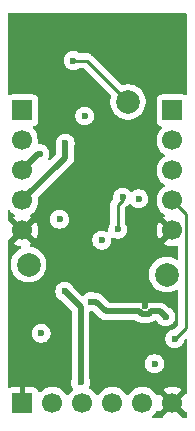
<source format=gbr>
%TF.GenerationSoftware,KiCad,Pcbnew,9.0.2*%
%TF.CreationDate,2025-10-14T12:10:58+02:00*%
%TF.ProjectId,1p6V_to_m1p6V_bias_gum,31703656-5f74-46f5-9f6d-317036565f62,rev?*%
%TF.SameCoordinates,Original*%
%TF.FileFunction,Copper,L2,Inr*%
%TF.FilePolarity,Positive*%
%FSLAX46Y46*%
G04 Gerber Fmt 4.6, Leading zero omitted, Abs format (unit mm)*
G04 Created by KiCad (PCBNEW 9.0.2) date 2025-10-14 12:10:58*
%MOMM*%
%LPD*%
G01*
G04 APERTURE LIST*
%TA.AperFunction,ComponentPad*%
%ADD10C,2.000000*%
%TD*%
%TA.AperFunction,ComponentPad*%
%ADD11R,1.700000X1.700000*%
%TD*%
%TA.AperFunction,ComponentPad*%
%ADD12C,1.700000*%
%TD*%
%TA.AperFunction,ViaPad*%
%ADD13C,0.600000*%
%TD*%
%TA.AperFunction,Conductor*%
%ADD14C,0.500000*%
%TD*%
%TA.AperFunction,Conductor*%
%ADD15C,0.250000*%
%TD*%
G04 APERTURE END LIST*
D10*
%TO.N,/3.3VA*%
%TO.C,TP1*%
X82750000Y-75200000D03*
%TD*%
D11*
%TO.N,/5V*%
%TO.C,CG1*%
X82240000Y-62150000D03*
D12*
%TO.N,/3.3V*%
X82240000Y-64690000D03*
%TO.N,/SDA*%
X82240000Y-67230000D03*
%TO.N,/SCL*%
X82240000Y-69770000D03*
%TO.N,GND*%
X82240000Y-72310000D03*
D11*
%TO.N,/5V*%
X94940000Y-62150000D03*
D12*
%TO.N,unconnected-(CG1-VDDIO-PadB2)*%
X94940000Y-64690000D03*
%TO.N,/-5V*%
X94940000Y-67230000D03*
%TO.N,/enable*%
X94940000Y-69770000D03*
%TO.N,GND*%
X94940000Y-72310000D03*
D11*
X82240000Y-86915000D03*
D12*
%TO.N,/V_bias*%
X84780000Y-86915000D03*
X87320000Y-86915000D03*
%TO.N,/Vout_diff*%
X89860000Y-86915000D03*
%TO.N,/Vout_B*%
X92400000Y-86915000D03*
%TO.N,GND*%
X94940000Y-86915000D03*
%TD*%
D10*
%TO.N,/V_bias*%
%TO.C,TP4*%
X91175000Y-61425000D03*
%TD*%
%TO.N,/-3.3VA*%
%TO.C,TP2*%
X94450000Y-76050000D03*
%TD*%
D13*
%TO.N,GND*%
X90050000Y-75575000D03*
X83700000Y-64275000D03*
X85377500Y-58997500D03*
X93720000Y-85730000D03*
X95370000Y-58380000D03*
X92250000Y-74375000D03*
X86330000Y-69450000D03*
X81630000Y-59580000D03*
X90125000Y-82375000D03*
X95390000Y-59620000D03*
X93425000Y-63800000D03*
X95390000Y-55980000D03*
X81630000Y-57200000D03*
X87950000Y-66300000D03*
X81630000Y-55940000D03*
X93450000Y-60825000D03*
X92625000Y-78675000D03*
X81610000Y-58340000D03*
X95390000Y-57240000D03*
%TO.N,/enable*%
X95120000Y-81490000D03*
X90300000Y-72225000D03*
X90719975Y-69480025D03*
%TO.N,/5V*%
X88950000Y-73135000D03*
X93420000Y-83600000D03*
X87500000Y-62625000D03*
%TO.N,/-5V*%
X92081251Y-69631251D03*
%TO.N,/3.3VA*%
X88060000Y-78330000D03*
X94350000Y-79625000D03*
X85375000Y-71375000D03*
%TO.N,/V_bias*%
X86550000Y-57925000D03*
X83820000Y-81030000D03*
%TO.N,Net-(U1-FB)*%
X87160000Y-85170000D03*
X85810000Y-77470000D03*
%TO.N,/SCL*%
X85857500Y-64950000D03*
%TO.N,/SDA*%
X83707264Y-65822753D03*
%TD*%
D14*
%TO.N,GND*%
X87360000Y-66890000D02*
X87360000Y-68420000D01*
X87950000Y-66300000D02*
X87360000Y-66890000D01*
X87360000Y-68420000D02*
X86330000Y-69450000D01*
D15*
%TO.N,/enable*%
X94940000Y-69770000D02*
X96075000Y-70905000D01*
X96075000Y-70905000D02*
X96075000Y-80535000D01*
X96075000Y-80535000D02*
X95120000Y-81490000D01*
X90719975Y-69705025D02*
X90300000Y-70125000D01*
X90719975Y-69480025D02*
X90719975Y-69705025D01*
X90300000Y-70125000D02*
X90300000Y-72225000D01*
D14*
%TO.N,/3.3VA*%
X88460000Y-78330000D02*
X88060000Y-78330000D01*
X93116364Y-79175000D02*
X92915364Y-79376000D01*
X92334636Y-79376000D02*
X92133636Y-79175000D01*
X93900000Y-79175000D02*
X93116364Y-79175000D01*
X92133636Y-79175000D02*
X89305000Y-79175000D01*
X94350000Y-79625000D02*
X93900000Y-79175000D01*
X92915364Y-79376000D02*
X92334636Y-79376000D01*
X89305000Y-79175000D02*
X88460000Y-78330000D01*
D15*
%TO.N,/V_bias*%
X87675000Y-57925000D02*
X86550000Y-57925000D01*
X91175000Y-61425000D02*
X87675000Y-57925000D01*
D14*
%TO.N,Net-(U1-FB)*%
X85810000Y-77470000D02*
X87160000Y-78820000D01*
X87160000Y-78820000D02*
X87160000Y-85170000D01*
%TO.N,/SCL*%
X85857500Y-64950000D02*
X85857500Y-66152500D01*
X85857500Y-66152500D02*
X82240000Y-69770000D01*
%TO.N,/SDA*%
X83707264Y-65822753D02*
X83577247Y-65822753D01*
X82240000Y-67160000D02*
X82240000Y-67230000D01*
X83577247Y-65822753D02*
X82240000Y-67160000D01*
%TD*%
%TA.AperFunction,Conductor*%
%TO.N,GND*%
G36*
X94474075Y-87107993D02*
G01*
X94539901Y-87222007D01*
X94632993Y-87315099D01*
X94747007Y-87380925D01*
X94810590Y-87397962D01*
X94178282Y-88030269D01*
X94179109Y-88040770D01*
X94164745Y-88109148D01*
X94115694Y-88158905D01*
X94055491Y-88174500D01*
X93345689Y-88174500D01*
X93278650Y-88154815D01*
X93232895Y-88102011D01*
X93222951Y-88032853D01*
X93251976Y-87969297D01*
X93272804Y-87950181D01*
X93279792Y-87945104D01*
X93430104Y-87794792D01*
X93430106Y-87794788D01*
X93430109Y-87794786D01*
X93506055Y-87690254D01*
X93555051Y-87622816D01*
X93559793Y-87613508D01*
X93607763Y-87562711D01*
X93675583Y-87545911D01*
X93741719Y-87568445D01*
X93780763Y-87613500D01*
X93785373Y-87622547D01*
X93824728Y-87676716D01*
X94457037Y-87044408D01*
X94474075Y-87107993D01*
G37*
%TD.AperFunction*%
%TA.AperFunction,Conductor*%
G36*
X96055269Y-87676716D02*
G01*
X96065770Y-87675890D01*
X96134148Y-87690254D01*
X96183905Y-87739305D01*
X96199500Y-87799508D01*
X96199500Y-88050500D01*
X96179815Y-88117539D01*
X96127011Y-88163294D01*
X96075500Y-88174500D01*
X95824509Y-88174500D01*
X95757470Y-88154815D01*
X95711715Y-88102011D01*
X95700891Y-88040772D01*
X95701717Y-88030270D01*
X95069408Y-87397962D01*
X95132993Y-87380925D01*
X95247007Y-87315099D01*
X95340099Y-87222007D01*
X95405925Y-87107993D01*
X95422962Y-87044408D01*
X96055269Y-87676716D01*
G37*
%TD.AperFunction*%
%TA.AperFunction,Conductor*%
G36*
X96142539Y-53950185D02*
G01*
X96188294Y-54002989D01*
X96199500Y-54054500D01*
X96199500Y-60739960D01*
X96179815Y-60806999D01*
X96127011Y-60852754D01*
X96057853Y-60862698D01*
X96032167Y-60856142D01*
X95897482Y-60805908D01*
X95897483Y-60805908D01*
X95837883Y-60799501D01*
X95837881Y-60799500D01*
X95837873Y-60799500D01*
X95837864Y-60799500D01*
X94042129Y-60799500D01*
X94042123Y-60799501D01*
X93982516Y-60805908D01*
X93847671Y-60856202D01*
X93847664Y-60856206D01*
X93732455Y-60942452D01*
X93732452Y-60942455D01*
X93646206Y-61057664D01*
X93646202Y-61057671D01*
X93595908Y-61192517D01*
X93589501Y-61252116D01*
X93589501Y-61252123D01*
X93589500Y-61252135D01*
X93589500Y-63047870D01*
X93589501Y-63047876D01*
X93595908Y-63107483D01*
X93646202Y-63242328D01*
X93646206Y-63242335D01*
X93732452Y-63357544D01*
X93732455Y-63357547D01*
X93847664Y-63443793D01*
X93847671Y-63443797D01*
X93979082Y-63492810D01*
X94035016Y-63534681D01*
X94059433Y-63600145D01*
X94044582Y-63668418D01*
X94023431Y-63696673D01*
X93909889Y-63810215D01*
X93784951Y-63982179D01*
X93688444Y-64171585D01*
X93622753Y-64373760D01*
X93589500Y-64583713D01*
X93589500Y-64796286D01*
X93613808Y-64949764D01*
X93622754Y-65006243D01*
X93688033Y-65207151D01*
X93688444Y-65208414D01*
X93784951Y-65397820D01*
X93909890Y-65569786D01*
X94060213Y-65720109D01*
X94232182Y-65845050D01*
X94240946Y-65849516D01*
X94291742Y-65897491D01*
X94308536Y-65965312D01*
X94285998Y-66031447D01*
X94240946Y-66070484D01*
X94232182Y-66074949D01*
X94060213Y-66199890D01*
X93909890Y-66350213D01*
X93784951Y-66522179D01*
X93688444Y-66711585D01*
X93622753Y-66913760D01*
X93589500Y-67123713D01*
X93589500Y-67336286D01*
X93622753Y-67546239D01*
X93688444Y-67748414D01*
X93784951Y-67937820D01*
X93909890Y-68109786D01*
X94060213Y-68260109D01*
X94232182Y-68385050D01*
X94240946Y-68389516D01*
X94291742Y-68437491D01*
X94308536Y-68505312D01*
X94285998Y-68571447D01*
X94240946Y-68610484D01*
X94232182Y-68614949D01*
X94060213Y-68739890D01*
X93909890Y-68890213D01*
X93784951Y-69062179D01*
X93688444Y-69251585D01*
X93622753Y-69453760D01*
X93589500Y-69663713D01*
X93589500Y-69876286D01*
X93622494Y-70084605D01*
X93622754Y-70086243D01*
X93645332Y-70155732D01*
X93688444Y-70288414D01*
X93784951Y-70477820D01*
X93909890Y-70649786D01*
X94060213Y-70800109D01*
X94232179Y-70925048D01*
X94232181Y-70925049D01*
X94232184Y-70925051D01*
X94241493Y-70929794D01*
X94292290Y-70977766D01*
X94309087Y-71045587D01*
X94286552Y-71111722D01*
X94241505Y-71150760D01*
X94232446Y-71155376D01*
X94232440Y-71155380D01*
X94178282Y-71194727D01*
X94178282Y-71194728D01*
X94810591Y-71827037D01*
X94747007Y-71844075D01*
X94632993Y-71909901D01*
X94539901Y-72002993D01*
X94474075Y-72117007D01*
X94457037Y-72180591D01*
X93824728Y-71548282D01*
X93824727Y-71548282D01*
X93785380Y-71602439D01*
X93688904Y-71791782D01*
X93623242Y-71993869D01*
X93623242Y-71993872D01*
X93590000Y-72203753D01*
X93590000Y-72416246D01*
X93623242Y-72626127D01*
X93623242Y-72626130D01*
X93688904Y-72828217D01*
X93785375Y-73017550D01*
X93824728Y-73071716D01*
X94457037Y-72439408D01*
X94474075Y-72502993D01*
X94539901Y-72617007D01*
X94632993Y-72710099D01*
X94747007Y-72775925D01*
X94810589Y-72792962D01*
X94178282Y-73425269D01*
X94178282Y-73425270D01*
X94232449Y-73464624D01*
X94421782Y-73561095D01*
X94623870Y-73626757D01*
X94833754Y-73660000D01*
X95046246Y-73660000D01*
X95256127Y-73626757D01*
X95256129Y-73626757D01*
X95287179Y-73616668D01*
X95357020Y-73614671D01*
X95416854Y-73650750D01*
X95447683Y-73713450D01*
X95449500Y-73734598D01*
X95449500Y-74678095D01*
X95429815Y-74745134D01*
X95377011Y-74790889D01*
X95307853Y-74800833D01*
X95252615Y-74778414D01*
X95236432Y-74766656D01*
X95025996Y-74659433D01*
X94801368Y-74586446D01*
X94568097Y-74549500D01*
X94568092Y-74549500D01*
X94331908Y-74549500D01*
X94331903Y-74549500D01*
X94098631Y-74586446D01*
X93874003Y-74659433D01*
X93663566Y-74766657D01*
X93554550Y-74845862D01*
X93472490Y-74905483D01*
X93472488Y-74905485D01*
X93472487Y-74905485D01*
X93305485Y-75072487D01*
X93305485Y-75072488D01*
X93305483Y-75072490D01*
X93245862Y-75154550D01*
X93166657Y-75263566D01*
X93059433Y-75474003D01*
X92986446Y-75698631D01*
X92949500Y-75931902D01*
X92949500Y-76168097D01*
X92986446Y-76401368D01*
X93059433Y-76625996D01*
X93166657Y-76836433D01*
X93305483Y-77027510D01*
X93472490Y-77194517D01*
X93663567Y-77333343D01*
X93723802Y-77364034D01*
X93874003Y-77440566D01*
X93874005Y-77440566D01*
X93874008Y-77440568D01*
X93994412Y-77479689D01*
X94098631Y-77513553D01*
X94331903Y-77550500D01*
X94331908Y-77550500D01*
X94568097Y-77550500D01*
X94801368Y-77513553D01*
X95025992Y-77440568D01*
X95236433Y-77333343D01*
X95252612Y-77321587D01*
X95318418Y-77298106D01*
X95386472Y-77313930D01*
X95435168Y-77364034D01*
X95449500Y-77421904D01*
X95449500Y-80224547D01*
X95429815Y-80291586D01*
X95413181Y-80312228D01*
X95061203Y-80664205D01*
X94999880Y-80697690D01*
X94997714Y-80698141D01*
X94886508Y-80720261D01*
X94886498Y-80720264D01*
X94740827Y-80780602D01*
X94740814Y-80780609D01*
X94609711Y-80868210D01*
X94609707Y-80868213D01*
X94498213Y-80979707D01*
X94498210Y-80979711D01*
X94410609Y-81110814D01*
X94410602Y-81110827D01*
X94350264Y-81256498D01*
X94350261Y-81256510D01*
X94319500Y-81411153D01*
X94319500Y-81568846D01*
X94350261Y-81723489D01*
X94350264Y-81723501D01*
X94410602Y-81869172D01*
X94410609Y-81869185D01*
X94498210Y-82000288D01*
X94498213Y-82000292D01*
X94609707Y-82111786D01*
X94609711Y-82111789D01*
X94740814Y-82199390D01*
X94740827Y-82199397D01*
X94886498Y-82259735D01*
X94886503Y-82259737D01*
X95041153Y-82290499D01*
X95041156Y-82290500D01*
X95041158Y-82290500D01*
X95198844Y-82290500D01*
X95198845Y-82290499D01*
X95353497Y-82259737D01*
X95499179Y-82199394D01*
X95630289Y-82111789D01*
X95741789Y-82000289D01*
X95829394Y-81869179D01*
X95889737Y-81723497D01*
X95911858Y-81612282D01*
X95920623Y-81595526D01*
X95924643Y-81577048D01*
X95943380Y-81552017D01*
X95944240Y-81550375D01*
X95945730Y-81548858D01*
X95987820Y-81506768D01*
X96049143Y-81473284D01*
X96118835Y-81478270D01*
X96174768Y-81520142D01*
X96199184Y-81585606D01*
X96199500Y-81594451D01*
X96199500Y-86030490D01*
X96179815Y-86097529D01*
X96127011Y-86143284D01*
X96065772Y-86154108D01*
X96055270Y-86153281D01*
X95422962Y-86785590D01*
X95405925Y-86722007D01*
X95340099Y-86607993D01*
X95247007Y-86514901D01*
X95132993Y-86449075D01*
X95069409Y-86432037D01*
X95701716Y-85799728D01*
X95647550Y-85760375D01*
X95458217Y-85663904D01*
X95256129Y-85598242D01*
X95046246Y-85565000D01*
X94833754Y-85565000D01*
X94623872Y-85598242D01*
X94623869Y-85598242D01*
X94421782Y-85663904D01*
X94232439Y-85760380D01*
X94178282Y-85799727D01*
X94178282Y-85799728D01*
X94810591Y-86432037D01*
X94747007Y-86449075D01*
X94632993Y-86514901D01*
X94539901Y-86607993D01*
X94474075Y-86722007D01*
X94457037Y-86785591D01*
X93824728Y-86153282D01*
X93824727Y-86153282D01*
X93785380Y-86207440D01*
X93785376Y-86207446D01*
X93780760Y-86216505D01*
X93732781Y-86267297D01*
X93664959Y-86284087D01*
X93598826Y-86261543D01*
X93559794Y-86216493D01*
X93555051Y-86207184D01*
X93555049Y-86207181D01*
X93555048Y-86207179D01*
X93430109Y-86035213D01*
X93279786Y-85884890D01*
X93107820Y-85759951D01*
X92918414Y-85663444D01*
X92918413Y-85663443D01*
X92918412Y-85663443D01*
X92716243Y-85597754D01*
X92716241Y-85597753D01*
X92716240Y-85597753D01*
X92554957Y-85572208D01*
X92506287Y-85564500D01*
X92293713Y-85564500D01*
X92245042Y-85572208D01*
X92083760Y-85597753D01*
X91881585Y-85663444D01*
X91692179Y-85759951D01*
X91520213Y-85884890D01*
X91369890Y-86035213D01*
X91244949Y-86207182D01*
X91240484Y-86215946D01*
X91192509Y-86266742D01*
X91124688Y-86283536D01*
X91058553Y-86260998D01*
X91019516Y-86215946D01*
X91015050Y-86207182D01*
X90890109Y-86035213D01*
X90739786Y-85884890D01*
X90567820Y-85759951D01*
X90378414Y-85663444D01*
X90378413Y-85663443D01*
X90378412Y-85663443D01*
X90176243Y-85597754D01*
X90176241Y-85597753D01*
X90176240Y-85597753D01*
X90014957Y-85572208D01*
X89966287Y-85564500D01*
X89753713Y-85564500D01*
X89705042Y-85572208D01*
X89543760Y-85597753D01*
X89341585Y-85663444D01*
X89152179Y-85759951D01*
X88980213Y-85884890D01*
X88829890Y-86035213D01*
X88704949Y-86207182D01*
X88700484Y-86215946D01*
X88652509Y-86266742D01*
X88584688Y-86283536D01*
X88518553Y-86260998D01*
X88479516Y-86215946D01*
X88475050Y-86207182D01*
X88350109Y-86035213D01*
X88199786Y-85884890D01*
X88027819Y-85759951D01*
X88027818Y-85759950D01*
X88027816Y-85759949D01*
X87927044Y-85708603D01*
X87876248Y-85660628D01*
X87859453Y-85592807D01*
X87868778Y-85550665D01*
X87869394Y-85549179D01*
X87929737Y-85403497D01*
X87960500Y-85248842D01*
X87960500Y-85091158D01*
X87960500Y-85091155D01*
X87960499Y-85091153D01*
X87929739Y-84936511D01*
X87929738Y-84936508D01*
X87929737Y-84936503D01*
X87919937Y-84912844D01*
X87910500Y-84865396D01*
X87910500Y-83521153D01*
X92619500Y-83521153D01*
X92619500Y-83678846D01*
X92650261Y-83833489D01*
X92650264Y-83833501D01*
X92710602Y-83979172D01*
X92710609Y-83979185D01*
X92798210Y-84110288D01*
X92798213Y-84110292D01*
X92909707Y-84221786D01*
X92909711Y-84221789D01*
X93040814Y-84309390D01*
X93040827Y-84309397D01*
X93186498Y-84369735D01*
X93186503Y-84369737D01*
X93341153Y-84400499D01*
X93341156Y-84400500D01*
X93341158Y-84400500D01*
X93498844Y-84400500D01*
X93498845Y-84400499D01*
X93653497Y-84369737D01*
X93799179Y-84309394D01*
X93930289Y-84221789D01*
X94041789Y-84110289D01*
X94129394Y-83979179D01*
X94189737Y-83833497D01*
X94220500Y-83678842D01*
X94220500Y-83521158D01*
X94220500Y-83521155D01*
X94220499Y-83521153D01*
X94189738Y-83366510D01*
X94189737Y-83366503D01*
X94189735Y-83366498D01*
X94129397Y-83220827D01*
X94129390Y-83220814D01*
X94041789Y-83089711D01*
X94041786Y-83089707D01*
X93930292Y-82978213D01*
X93930288Y-82978210D01*
X93799185Y-82890609D01*
X93799172Y-82890602D01*
X93653501Y-82830264D01*
X93653489Y-82830261D01*
X93498845Y-82799500D01*
X93498842Y-82799500D01*
X93341158Y-82799500D01*
X93341155Y-82799500D01*
X93186510Y-82830261D01*
X93186498Y-82830264D01*
X93040827Y-82890602D01*
X93040814Y-82890609D01*
X92909711Y-82978210D01*
X92909707Y-82978213D01*
X92798213Y-83089707D01*
X92798210Y-83089711D01*
X92710609Y-83220814D01*
X92710602Y-83220827D01*
X92650264Y-83366498D01*
X92650261Y-83366510D01*
X92619500Y-83521153D01*
X87910500Y-83521153D01*
X87910500Y-79254500D01*
X87913011Y-79245948D01*
X87911723Y-79237130D01*
X87922702Y-79212944D01*
X87930185Y-79187461D01*
X87936919Y-79181625D01*
X87940604Y-79173509D01*
X87962918Y-79159096D01*
X87982989Y-79141706D01*
X87993357Y-79139438D01*
X87999297Y-79135602D01*
X88033670Y-79130620D01*
X88034220Y-79130500D01*
X88138842Y-79130500D01*
X88140042Y-79130261D01*
X88147235Y-79130245D01*
X88175280Y-79138411D01*
X88203973Y-79143844D01*
X88210668Y-79148715D01*
X88214319Y-79149779D01*
X88218102Y-79154125D01*
X88235196Y-79166564D01*
X88614786Y-79546153D01*
X88722048Y-79653415D01*
X88722049Y-79653416D01*
X88826584Y-79757951D01*
X88826585Y-79757952D01*
X88949498Y-79840080D01*
X88949511Y-79840087D01*
X89086082Y-79896656D01*
X89086087Y-79896658D01*
X89086091Y-79896658D01*
X89086092Y-79896659D01*
X89231079Y-79925500D01*
X89231082Y-79925500D01*
X91771406Y-79925500D01*
X91838445Y-79945185D01*
X91841901Y-79947488D01*
X91851141Y-79953873D01*
X91856220Y-79958952D01*
X91923909Y-80004179D01*
X91979141Y-80041084D01*
X91979143Y-80041085D01*
X91979147Y-80041087D01*
X92115718Y-80097656D01*
X92115723Y-80097658D01*
X92115727Y-80097658D01*
X92115728Y-80097659D01*
X92260715Y-80126500D01*
X92260718Y-80126500D01*
X92989284Y-80126500D01*
X93086826Y-80107096D01*
X93134277Y-80097658D01*
X93270859Y-80041084D01*
X93326091Y-80004179D01*
X93393780Y-79958952D01*
X93398858Y-79953873D01*
X93408099Y-79947488D01*
X93431035Y-79939910D01*
X93452236Y-79928334D01*
X93472752Y-79926128D01*
X93474442Y-79925570D01*
X93475473Y-79925835D01*
X93478594Y-79925500D01*
X93525162Y-79925500D01*
X93592201Y-79945185D01*
X93637956Y-79997989D01*
X93639722Y-80002046D01*
X93640604Y-80004175D01*
X93640607Y-80004182D01*
X93728210Y-80135288D01*
X93728213Y-80135292D01*
X93839707Y-80246786D01*
X93839711Y-80246789D01*
X93970814Y-80334390D01*
X93970827Y-80334397D01*
X94116498Y-80394735D01*
X94116503Y-80394737D01*
X94271153Y-80425499D01*
X94271156Y-80425500D01*
X94271158Y-80425500D01*
X94428844Y-80425500D01*
X94428845Y-80425499D01*
X94583497Y-80394737D01*
X94729179Y-80334394D01*
X94860289Y-80246789D01*
X94971789Y-80135289D01*
X95059394Y-80004179D01*
X95119737Y-79858497D01*
X95150500Y-79703842D01*
X95150500Y-79546158D01*
X95150500Y-79546155D01*
X95150499Y-79546153D01*
X95119738Y-79391510D01*
X95119737Y-79391503D01*
X95059447Y-79245948D01*
X95059397Y-79245827D01*
X95059390Y-79245814D01*
X94971789Y-79114711D01*
X94971786Y-79114707D01*
X94860292Y-79003213D01*
X94860288Y-79003210D01*
X94729182Y-78915607D01*
X94705522Y-78905807D01*
X94665296Y-78878929D01*
X94378416Y-78592048D01*
X94378415Y-78592047D01*
X94378414Y-78592046D01*
X94304729Y-78542812D01*
X94304729Y-78542813D01*
X94255491Y-78509913D01*
X94118917Y-78453343D01*
X94118907Y-78453340D01*
X93973920Y-78424500D01*
X93973918Y-78424500D01*
X93042446Y-78424500D01*
X93042444Y-78424500D01*
X92897456Y-78453340D01*
X92897450Y-78453342D01*
X92760872Y-78509914D01*
X92760860Y-78509921D01*
X92711633Y-78542813D01*
X92711631Y-78542814D01*
X92693886Y-78554670D01*
X92627208Y-78575546D01*
X92559829Y-78557059D01*
X92556109Y-78554669D01*
X92538365Y-78542813D01*
X92489127Y-78509913D01*
X92352553Y-78453343D01*
X92352543Y-78453340D01*
X92207556Y-78424500D01*
X92207554Y-78424500D01*
X89667229Y-78424500D01*
X89600190Y-78404815D01*
X89579548Y-78388181D01*
X88938421Y-77747052D01*
X88938414Y-77747046D01*
X88864729Y-77697812D01*
X88864729Y-77697813D01*
X88815491Y-77664913D01*
X88678917Y-77608343D01*
X88678907Y-77608340D01*
X88533920Y-77579500D01*
X88533918Y-77579500D01*
X88364604Y-77579500D01*
X88317155Y-77570062D01*
X88293497Y-77560263D01*
X88293493Y-77560262D01*
X88293488Y-77560260D01*
X88138845Y-77529500D01*
X88138842Y-77529500D01*
X87981158Y-77529500D01*
X87981155Y-77529500D01*
X87826510Y-77560261D01*
X87826498Y-77560264D01*
X87680827Y-77620602D01*
X87680814Y-77620609D01*
X87549711Y-77708210D01*
X87549707Y-77708213D01*
X87438217Y-77819704D01*
X87438212Y-77819709D01*
X87435181Y-77824246D01*
X87381567Y-77869050D01*
X87312242Y-77877755D01*
X87249215Y-77847598D01*
X87244400Y-77843033D01*
X86930867Y-77529500D01*
X86556071Y-77154703D01*
X86529191Y-77114475D01*
X86519394Y-77090821D01*
X86519389Y-77090814D01*
X86431789Y-76959710D01*
X86320292Y-76848213D01*
X86320288Y-76848210D01*
X86189185Y-76760609D01*
X86189172Y-76760602D01*
X86043501Y-76700264D01*
X86043489Y-76700261D01*
X85888845Y-76669500D01*
X85888842Y-76669500D01*
X85731158Y-76669500D01*
X85731155Y-76669500D01*
X85576510Y-76700261D01*
X85576498Y-76700264D01*
X85430827Y-76760602D01*
X85430814Y-76760609D01*
X85299711Y-76848210D01*
X85299707Y-76848213D01*
X85188213Y-76959707D01*
X85188210Y-76959711D01*
X85100609Y-77090814D01*
X85100602Y-77090827D01*
X85040264Y-77236498D01*
X85040261Y-77236510D01*
X85009500Y-77391153D01*
X85009500Y-77548846D01*
X85040261Y-77703489D01*
X85040264Y-77703501D01*
X85100602Y-77849172D01*
X85100609Y-77849185D01*
X85188210Y-77980288D01*
X85188213Y-77980292D01*
X85299710Y-78091789D01*
X85430815Y-78179390D01*
X85430821Y-78179394D01*
X85454475Y-78189191D01*
X85494703Y-78216071D01*
X86373181Y-79094548D01*
X86406666Y-79155871D01*
X86409500Y-79182229D01*
X86409500Y-84865396D01*
X86400062Y-84912844D01*
X86390263Y-84936503D01*
X86390262Y-84936506D01*
X86390260Y-84936511D01*
X86359500Y-85091153D01*
X86359500Y-85248846D01*
X86390261Y-85403489D01*
X86390264Y-85403501D01*
X86450602Y-85549172D01*
X86450612Y-85549190D01*
X86531979Y-85670965D01*
X86552857Y-85737642D01*
X86534372Y-85805022D01*
X86501763Y-85840173D01*
X86440209Y-85884894D01*
X86289890Y-86035213D01*
X86164949Y-86207182D01*
X86160484Y-86215946D01*
X86112509Y-86266742D01*
X86044688Y-86283536D01*
X85978553Y-86260998D01*
X85939516Y-86215946D01*
X85935050Y-86207182D01*
X85810109Y-86035213D01*
X85659786Y-85884890D01*
X85487820Y-85759951D01*
X85298414Y-85663444D01*
X85298413Y-85663443D01*
X85298412Y-85663443D01*
X85096243Y-85597754D01*
X85096241Y-85597753D01*
X85096240Y-85597753D01*
X84934957Y-85572208D01*
X84886287Y-85564500D01*
X84673713Y-85564500D01*
X84625042Y-85572208D01*
X84463760Y-85597753D01*
X84261585Y-85663444D01*
X84072179Y-85759951D01*
X83900215Y-85884889D01*
X83786285Y-85998819D01*
X83724962Y-86032303D01*
X83655270Y-86027319D01*
X83599337Y-85985447D01*
X83582422Y-85954470D01*
X83533354Y-85822913D01*
X83533350Y-85822906D01*
X83447190Y-85707812D01*
X83447187Y-85707809D01*
X83332093Y-85621649D01*
X83332086Y-85621645D01*
X83197379Y-85571403D01*
X83197372Y-85571401D01*
X83137844Y-85565000D01*
X82490000Y-85565000D01*
X82490000Y-86481988D01*
X82432993Y-86449075D01*
X82305826Y-86415000D01*
X82174174Y-86415000D01*
X82047007Y-86449075D01*
X81990000Y-86481988D01*
X81990000Y-85565000D01*
X81342155Y-85565000D01*
X81282627Y-85571401D01*
X81282619Y-85571403D01*
X81147833Y-85621675D01*
X81078141Y-85626659D01*
X81016818Y-85593174D01*
X80983334Y-85531850D01*
X80980500Y-85505493D01*
X80980500Y-80951153D01*
X83019500Y-80951153D01*
X83019500Y-81108846D01*
X83050261Y-81263489D01*
X83050264Y-81263501D01*
X83110602Y-81409172D01*
X83110609Y-81409185D01*
X83198210Y-81540288D01*
X83198213Y-81540292D01*
X83309707Y-81651786D01*
X83309711Y-81651789D01*
X83440814Y-81739390D01*
X83440827Y-81739397D01*
X83586498Y-81799735D01*
X83586503Y-81799737D01*
X83741153Y-81830499D01*
X83741156Y-81830500D01*
X83741158Y-81830500D01*
X83898844Y-81830500D01*
X83898845Y-81830499D01*
X84053497Y-81799737D01*
X84199179Y-81739394D01*
X84330289Y-81651789D01*
X84441789Y-81540289D01*
X84529394Y-81409179D01*
X84589737Y-81263497D01*
X84620500Y-81108842D01*
X84620500Y-80951158D01*
X84620500Y-80951155D01*
X84620499Y-80951153D01*
X84604001Y-80868213D01*
X84589737Y-80796503D01*
X84558157Y-80720261D01*
X84529397Y-80650827D01*
X84529390Y-80650814D01*
X84441789Y-80519711D01*
X84441786Y-80519707D01*
X84330292Y-80408213D01*
X84330288Y-80408210D01*
X84199185Y-80320609D01*
X84199172Y-80320602D01*
X84053501Y-80260264D01*
X84053489Y-80260261D01*
X83898845Y-80229500D01*
X83898842Y-80229500D01*
X83741158Y-80229500D01*
X83741155Y-80229500D01*
X83586510Y-80260261D01*
X83586498Y-80260264D01*
X83440827Y-80320602D01*
X83440814Y-80320609D01*
X83309711Y-80408210D01*
X83309707Y-80408213D01*
X83198213Y-80519707D01*
X83198210Y-80519711D01*
X83110609Y-80650814D01*
X83110602Y-80650827D01*
X83050264Y-80796498D01*
X83050261Y-80796510D01*
X83019500Y-80951153D01*
X80980500Y-80951153D01*
X80980500Y-73194508D01*
X81000185Y-73127469D01*
X81052989Y-73081714D01*
X81114230Y-73070890D01*
X81124728Y-73071716D01*
X81757037Y-72439408D01*
X81774075Y-72502993D01*
X81839901Y-72617007D01*
X81932993Y-72710099D01*
X82047007Y-72775925D01*
X82110590Y-72792962D01*
X81478282Y-73425269D01*
X81478282Y-73425270D01*
X81532449Y-73464624D01*
X81721782Y-73561095D01*
X81923869Y-73626757D01*
X81923873Y-73626758D01*
X82011258Y-73640598D01*
X82074393Y-73670527D01*
X82111325Y-73729838D01*
X82110327Y-73799700D01*
X82071718Y-73857933D01*
X82048157Y-73873555D01*
X81963569Y-73916655D01*
X81868028Y-73986070D01*
X81772490Y-74055483D01*
X81772488Y-74055485D01*
X81772487Y-74055485D01*
X81605485Y-74222487D01*
X81605485Y-74222488D01*
X81605483Y-74222490D01*
X81545862Y-74304550D01*
X81466657Y-74413566D01*
X81359433Y-74624003D01*
X81286446Y-74848631D01*
X81249500Y-75081902D01*
X81249500Y-75318097D01*
X81286446Y-75551368D01*
X81359433Y-75775996D01*
X81438872Y-75931902D01*
X81466657Y-75986433D01*
X81605483Y-76177510D01*
X81772490Y-76344517D01*
X81963567Y-76483343D01*
X82062991Y-76534002D01*
X82174003Y-76590566D01*
X82174005Y-76590566D01*
X82174008Y-76590568D01*
X82283032Y-76625992D01*
X82398631Y-76663553D01*
X82631903Y-76700500D01*
X82631908Y-76700500D01*
X82868097Y-76700500D01*
X83101368Y-76663553D01*
X83325992Y-76590568D01*
X83536433Y-76483343D01*
X83727510Y-76344517D01*
X83894517Y-76177510D01*
X84033343Y-75986433D01*
X84140568Y-75775992D01*
X84213553Y-75551368D01*
X84225806Y-75474008D01*
X84250500Y-75318097D01*
X84250500Y-75081902D01*
X84213553Y-74848631D01*
X84140566Y-74624003D01*
X84033342Y-74413566D01*
X83894517Y-74222490D01*
X83727510Y-74055483D01*
X83536433Y-73916657D01*
X83451841Y-73873555D01*
X83325996Y-73809433D01*
X83101369Y-73736447D01*
X82953985Y-73713103D01*
X82890851Y-73683173D01*
X82853920Y-73623862D01*
X82854918Y-73553999D01*
X82893528Y-73495767D01*
X82917091Y-73480144D01*
X82947554Y-73464622D01*
X83001716Y-73425270D01*
X83001717Y-73425270D01*
X82369408Y-72792962D01*
X82432993Y-72775925D01*
X82547007Y-72710099D01*
X82640099Y-72617007D01*
X82705925Y-72502993D01*
X82722962Y-72439408D01*
X83355270Y-73071717D01*
X83355270Y-73071716D01*
X83366577Y-73056153D01*
X88149500Y-73056153D01*
X88149500Y-73213846D01*
X88180261Y-73368489D01*
X88180264Y-73368501D01*
X88240602Y-73514172D01*
X88240609Y-73514185D01*
X88328210Y-73645288D01*
X88328213Y-73645292D01*
X88439707Y-73756786D01*
X88439711Y-73756789D01*
X88570814Y-73844390D01*
X88570827Y-73844397D01*
X88641222Y-73873555D01*
X88716503Y-73904737D01*
X88871153Y-73935499D01*
X88871156Y-73935500D01*
X88871158Y-73935500D01*
X89028844Y-73935500D01*
X89028845Y-73935499D01*
X89183497Y-73904737D01*
X89329179Y-73844394D01*
X89460289Y-73756789D01*
X89571789Y-73645289D01*
X89659394Y-73514179D01*
X89719737Y-73368497D01*
X89750500Y-73213842D01*
X89750500Y-73056158D01*
X89750500Y-73050066D01*
X89753209Y-73050066D01*
X89764049Y-72992906D01*
X89812113Y-72942195D01*
X89879964Y-72925519D01*
X89921884Y-72934834D01*
X90066503Y-72994737D01*
X90221153Y-73025499D01*
X90221156Y-73025500D01*
X90221158Y-73025500D01*
X90378844Y-73025500D01*
X90378845Y-73025499D01*
X90533497Y-72994737D01*
X90660346Y-72942195D01*
X90679172Y-72934397D01*
X90679172Y-72934396D01*
X90679179Y-72934394D01*
X90810289Y-72846789D01*
X90921789Y-72735289D01*
X91009394Y-72604179D01*
X91069737Y-72458497D01*
X91100500Y-72303842D01*
X91100500Y-72146158D01*
X91100500Y-72146155D01*
X91100499Y-72146153D01*
X91080486Y-72045542D01*
X91069737Y-71991503D01*
X91009394Y-71845821D01*
X90946397Y-71751539D01*
X90925520Y-71684863D01*
X90925500Y-71682650D01*
X90925500Y-70435452D01*
X90945185Y-70368413D01*
X90961819Y-70347771D01*
X91056553Y-70253037D01*
X91153864Y-70155725D01*
X91166948Y-70144356D01*
X91169733Y-70142258D01*
X91230264Y-70101814D01*
X91251053Y-70081024D01*
X91257997Y-70075796D01*
X91282884Y-70066433D01*
X91306226Y-70053687D01*
X91315082Y-70054320D01*
X91323392Y-70051194D01*
X91349391Y-70056773D01*
X91375917Y-70058670D01*
X91383025Y-70063990D01*
X91391707Y-70065854D01*
X91410564Y-70084605D01*
X91431852Y-70100540D01*
X91435689Y-70105962D01*
X91459461Y-70141539D01*
X91459464Y-70141543D01*
X91570958Y-70253037D01*
X91570962Y-70253040D01*
X91702065Y-70340641D01*
X91702078Y-70340648D01*
X91769110Y-70368413D01*
X91847754Y-70400988D01*
X92002404Y-70431750D01*
X92002407Y-70431751D01*
X92002409Y-70431751D01*
X92160095Y-70431751D01*
X92160096Y-70431750D01*
X92314748Y-70400988D01*
X92460430Y-70340645D01*
X92591540Y-70253040D01*
X92703040Y-70141540D01*
X92790645Y-70010430D01*
X92850988Y-69864748D01*
X92881751Y-69710093D01*
X92881751Y-69552409D01*
X92881751Y-69552406D01*
X92881750Y-69552404D01*
X92871123Y-69498979D01*
X92850988Y-69397754D01*
X92800570Y-69276033D01*
X92790648Y-69252078D01*
X92790641Y-69252065D01*
X92703040Y-69120962D01*
X92703037Y-69120958D01*
X92591543Y-69009464D01*
X92591539Y-69009461D01*
X92460436Y-68921860D01*
X92460423Y-68921853D01*
X92314752Y-68861515D01*
X92314740Y-68861512D01*
X92160096Y-68830751D01*
X92160093Y-68830751D01*
X92002409Y-68830751D01*
X92002406Y-68830751D01*
X91847761Y-68861512D01*
X91847749Y-68861515D01*
X91702078Y-68921853D01*
X91702065Y-68921860D01*
X91570962Y-69009461D01*
X91556317Y-69024106D01*
X91494993Y-69057589D01*
X91425301Y-69052603D01*
X91369369Y-69010730D01*
X91365536Y-69005313D01*
X91341764Y-68969735D01*
X91230267Y-68858238D01*
X91230263Y-68858235D01*
X91099160Y-68770634D01*
X91099147Y-68770627D01*
X90953476Y-68710289D01*
X90953464Y-68710286D01*
X90798820Y-68679525D01*
X90798817Y-68679525D01*
X90641133Y-68679525D01*
X90641130Y-68679525D01*
X90486485Y-68710286D01*
X90486473Y-68710289D01*
X90340802Y-68770627D01*
X90340789Y-68770634D01*
X90209686Y-68858235D01*
X90209682Y-68858238D01*
X90098188Y-68969732D01*
X90098185Y-68969736D01*
X90010584Y-69100839D01*
X90010577Y-69100852D01*
X89950239Y-69246523D01*
X89950236Y-69246535D01*
X89919475Y-69401178D01*
X89919475Y-69564958D01*
X89917787Y-69564958D01*
X89913256Y-69588825D01*
X89908591Y-69620870D01*
X89906641Y-69623672D01*
X89906263Y-69625667D01*
X89889456Y-69650527D01*
X89886614Y-69653794D01*
X89814142Y-69726267D01*
X89787172Y-69766631D01*
X89782808Y-69773160D01*
X89782799Y-69773172D01*
X89745690Y-69828709D01*
X89745688Y-69828713D01*
X89745688Y-69828714D01*
X89721348Y-69887477D01*
X89698538Y-69942544D01*
X89698535Y-69942556D01*
X89674500Y-70063389D01*
X89674500Y-71682650D01*
X89654815Y-71749689D01*
X89653602Y-71751541D01*
X89590609Y-71845815D01*
X89590602Y-71845828D01*
X89530264Y-71991498D01*
X89530261Y-71991510D01*
X89499500Y-72146153D01*
X89499500Y-72309934D01*
X89496821Y-72309934D01*
X89485875Y-72367240D01*
X89437743Y-72417887D01*
X89369870Y-72434472D01*
X89328113Y-72425164D01*
X89183501Y-72365264D01*
X89183489Y-72365261D01*
X89028845Y-72334500D01*
X89028842Y-72334500D01*
X88871158Y-72334500D01*
X88871155Y-72334500D01*
X88716510Y-72365261D01*
X88716498Y-72365264D01*
X88570827Y-72425602D01*
X88570814Y-72425609D01*
X88439711Y-72513210D01*
X88439707Y-72513213D01*
X88328213Y-72624707D01*
X88328210Y-72624711D01*
X88240609Y-72755814D01*
X88240602Y-72755827D01*
X88180264Y-72901498D01*
X88180261Y-72901510D01*
X88149500Y-73056153D01*
X83366577Y-73056153D01*
X83394622Y-73017554D01*
X83406741Y-72993771D01*
X83491095Y-72828217D01*
X83556757Y-72626130D01*
X83556757Y-72626127D01*
X83590000Y-72416246D01*
X83590000Y-72203753D01*
X83556757Y-71993872D01*
X83556757Y-71993869D01*
X83491095Y-71791782D01*
X83394624Y-71602449D01*
X83355270Y-71548282D01*
X83355269Y-71548282D01*
X82722962Y-72180590D01*
X82705925Y-72117007D01*
X82640099Y-72002993D01*
X82547007Y-71909901D01*
X82432993Y-71844075D01*
X82369409Y-71827037D01*
X82900292Y-71296153D01*
X84574500Y-71296153D01*
X84574500Y-71453846D01*
X84605261Y-71608489D01*
X84605264Y-71608501D01*
X84665602Y-71754172D01*
X84665609Y-71754185D01*
X84753210Y-71885288D01*
X84753213Y-71885292D01*
X84864707Y-71996786D01*
X84864711Y-71996789D01*
X84995814Y-72084390D01*
X84995827Y-72084397D01*
X85074556Y-72117007D01*
X85141503Y-72144737D01*
X85296153Y-72175499D01*
X85296156Y-72175500D01*
X85296158Y-72175500D01*
X85453844Y-72175500D01*
X85453845Y-72175499D01*
X85608497Y-72144737D01*
X85754179Y-72084394D01*
X85885289Y-71996789D01*
X85996789Y-71885289D01*
X86084394Y-71754179D01*
X86144737Y-71608497D01*
X86175500Y-71453842D01*
X86175500Y-71296158D01*
X86175500Y-71296155D01*
X86175499Y-71296153D01*
X86147497Y-71155380D01*
X86144737Y-71141503D01*
X86136037Y-71120500D01*
X86084397Y-70995827D01*
X86084390Y-70995814D01*
X85996789Y-70864711D01*
X85996786Y-70864707D01*
X85885292Y-70753213D01*
X85885288Y-70753210D01*
X85754185Y-70665609D01*
X85754172Y-70665602D01*
X85608501Y-70605264D01*
X85608489Y-70605261D01*
X85453845Y-70574500D01*
X85453842Y-70574500D01*
X85296158Y-70574500D01*
X85296155Y-70574500D01*
X85141510Y-70605261D01*
X85141498Y-70605264D01*
X84995827Y-70665602D01*
X84995814Y-70665609D01*
X84864711Y-70753210D01*
X84864707Y-70753213D01*
X84753213Y-70864707D01*
X84753210Y-70864711D01*
X84665609Y-70995814D01*
X84665602Y-70995827D01*
X84605264Y-71141498D01*
X84605261Y-71141510D01*
X84574500Y-71296153D01*
X82900292Y-71296153D01*
X82994060Y-71202385D01*
X83001716Y-71194728D01*
X82947547Y-71155373D01*
X82947547Y-71155372D01*
X82938500Y-71150763D01*
X82887706Y-71102788D01*
X82870912Y-71034966D01*
X82893451Y-70968832D01*
X82938508Y-70929793D01*
X82947816Y-70925051D01*
X83027007Y-70867515D01*
X83119786Y-70800109D01*
X83119788Y-70800106D01*
X83119792Y-70800104D01*
X83270104Y-70649792D01*
X83270106Y-70649788D01*
X83270109Y-70649786D01*
X83395048Y-70477820D01*
X83395047Y-70477820D01*
X83395051Y-70477816D01*
X83491557Y-70288412D01*
X83557246Y-70086243D01*
X83590500Y-69876287D01*
X83590500Y-69663713D01*
X83575382Y-69568268D01*
X83584336Y-69498979D01*
X83610171Y-69461195D01*
X86440452Y-66630915D01*
X86478980Y-66573253D01*
X86522584Y-66507995D01*
X86563382Y-66409500D01*
X86579159Y-66371412D01*
X86608000Y-66226417D01*
X86608000Y-66078582D01*
X86608000Y-65254604D01*
X86617439Y-65207151D01*
X86620002Y-65200963D01*
X86627237Y-65183497D01*
X86658000Y-65028842D01*
X86658000Y-64871158D01*
X86658000Y-64871155D01*
X86657999Y-64871153D01*
X86627238Y-64716510D01*
X86627237Y-64716503D01*
X86572234Y-64583713D01*
X86566897Y-64570827D01*
X86566890Y-64570814D01*
X86479289Y-64439711D01*
X86479286Y-64439707D01*
X86367792Y-64328213D01*
X86367788Y-64328210D01*
X86236685Y-64240609D01*
X86236672Y-64240602D01*
X86091001Y-64180264D01*
X86090989Y-64180261D01*
X85936345Y-64149500D01*
X85936342Y-64149500D01*
X85778658Y-64149500D01*
X85778655Y-64149500D01*
X85624010Y-64180261D01*
X85623998Y-64180264D01*
X85478327Y-64240602D01*
X85478314Y-64240609D01*
X85347211Y-64328210D01*
X85347207Y-64328213D01*
X85235713Y-64439707D01*
X85235710Y-64439711D01*
X85148109Y-64570814D01*
X85148102Y-64570827D01*
X85087764Y-64716498D01*
X85087761Y-64716510D01*
X85057000Y-64871153D01*
X85057000Y-65028846D01*
X85087761Y-65183489D01*
X85087763Y-65183497D01*
X85097561Y-65207151D01*
X85107000Y-65254604D01*
X85107000Y-65790269D01*
X85087315Y-65857308D01*
X85070681Y-65877950D01*
X84624086Y-66324545D01*
X84562763Y-66358030D01*
X84493071Y-66353046D01*
X84437138Y-66311174D01*
X84412721Y-66245710D01*
X84421844Y-66189411D01*
X84477001Y-66056250D01*
X84507764Y-65901595D01*
X84507764Y-65743911D01*
X84507764Y-65743908D01*
X84507763Y-65743906D01*
X84477002Y-65589263D01*
X84477001Y-65589256D01*
X84466044Y-65562804D01*
X84416661Y-65443580D01*
X84416654Y-65443567D01*
X84329053Y-65312464D01*
X84329050Y-65312460D01*
X84217556Y-65200966D01*
X84217552Y-65200963D01*
X84086449Y-65113362D01*
X84086436Y-65113355D01*
X83940765Y-65053017D01*
X83940753Y-65053014D01*
X83786109Y-65022253D01*
X83786106Y-65022253D01*
X83699895Y-65022253D01*
X83632856Y-65002568D01*
X83587101Y-64949764D01*
X83577157Y-64880606D01*
X83577422Y-64878855D01*
X83578642Y-64871158D01*
X83590500Y-64796287D01*
X83590500Y-64583713D01*
X83557246Y-64373757D01*
X83491557Y-64171588D01*
X83395051Y-63982184D01*
X83395049Y-63982181D01*
X83395048Y-63982179D01*
X83270109Y-63810213D01*
X83156569Y-63696673D01*
X83123084Y-63635350D01*
X83128068Y-63565658D01*
X83169940Y-63509725D01*
X83200915Y-63492810D01*
X83332331Y-63443796D01*
X83447546Y-63357546D01*
X83533796Y-63242331D01*
X83584091Y-63107483D01*
X83590500Y-63047873D01*
X83590499Y-62546153D01*
X86699500Y-62546153D01*
X86699500Y-62703846D01*
X86730261Y-62858489D01*
X86730264Y-62858501D01*
X86790602Y-63004172D01*
X86790609Y-63004185D01*
X86878210Y-63135288D01*
X86878213Y-63135292D01*
X86989707Y-63246786D01*
X86989711Y-63246789D01*
X87120814Y-63334390D01*
X87120827Y-63334397D01*
X87266498Y-63394735D01*
X87266503Y-63394737D01*
X87421153Y-63425499D01*
X87421156Y-63425500D01*
X87421158Y-63425500D01*
X87578844Y-63425500D01*
X87578845Y-63425499D01*
X87733497Y-63394737D01*
X87879179Y-63334394D01*
X88010289Y-63246789D01*
X88121789Y-63135289D01*
X88209394Y-63004179D01*
X88269737Y-62858497D01*
X88300500Y-62703842D01*
X88300500Y-62546158D01*
X88300500Y-62546155D01*
X88300499Y-62546153D01*
X88299288Y-62540066D01*
X88269737Y-62391503D01*
X88269735Y-62391498D01*
X88209397Y-62245827D01*
X88209390Y-62245814D01*
X88121789Y-62114711D01*
X88121786Y-62114707D01*
X88010292Y-62003213D01*
X88010288Y-62003210D01*
X87879185Y-61915609D01*
X87879172Y-61915602D01*
X87733501Y-61855264D01*
X87733489Y-61855261D01*
X87578845Y-61824500D01*
X87578842Y-61824500D01*
X87421158Y-61824500D01*
X87421155Y-61824500D01*
X87266510Y-61855261D01*
X87266498Y-61855264D01*
X87120827Y-61915602D01*
X87120814Y-61915609D01*
X86989711Y-62003210D01*
X86989707Y-62003213D01*
X86878213Y-62114707D01*
X86878210Y-62114711D01*
X86790609Y-62245814D01*
X86790602Y-62245827D01*
X86730264Y-62391498D01*
X86730261Y-62391510D01*
X86699500Y-62546153D01*
X83590499Y-62546153D01*
X83590499Y-62114711D01*
X83590499Y-61252129D01*
X83590498Y-61252123D01*
X83590497Y-61252116D01*
X83584091Y-61192517D01*
X83539749Y-61073631D01*
X83533797Y-61057671D01*
X83533793Y-61057664D01*
X83447547Y-60942455D01*
X83447544Y-60942452D01*
X83332335Y-60856206D01*
X83332328Y-60856202D01*
X83197482Y-60805908D01*
X83197483Y-60805908D01*
X83137883Y-60799501D01*
X83137881Y-60799500D01*
X83137873Y-60799500D01*
X83137864Y-60799500D01*
X81342129Y-60799500D01*
X81342123Y-60799501D01*
X81282516Y-60805908D01*
X81147833Y-60856142D01*
X81078141Y-60861126D01*
X81016818Y-60827641D01*
X80983334Y-60766317D01*
X80980500Y-60739960D01*
X80980500Y-57846153D01*
X85749500Y-57846153D01*
X85749500Y-58003846D01*
X85780261Y-58158489D01*
X85780264Y-58158501D01*
X85840602Y-58304172D01*
X85840609Y-58304185D01*
X85928210Y-58435288D01*
X85928213Y-58435292D01*
X86039707Y-58546786D01*
X86039711Y-58546789D01*
X86170814Y-58634390D01*
X86170827Y-58634397D01*
X86316498Y-58694735D01*
X86316503Y-58694737D01*
X86471153Y-58725499D01*
X86471156Y-58725500D01*
X86471158Y-58725500D01*
X86628844Y-58725500D01*
X86628845Y-58725499D01*
X86783497Y-58694737D01*
X86929179Y-58634394D01*
X87023459Y-58571398D01*
X87090136Y-58550520D01*
X87092350Y-58550500D01*
X87364548Y-58550500D01*
X87431587Y-58570185D01*
X87452229Y-58586819D01*
X89713529Y-60848120D01*
X89747014Y-60909443D01*
X89743779Y-60974118D01*
X89711447Y-61073628D01*
X89674500Y-61306902D01*
X89674500Y-61543097D01*
X89711446Y-61776368D01*
X89784433Y-62000996D01*
X89891657Y-62211433D01*
X90030483Y-62402510D01*
X90197490Y-62569517D01*
X90388567Y-62708343D01*
X90487991Y-62759002D01*
X90599003Y-62815566D01*
X90599005Y-62815566D01*
X90599008Y-62815568D01*
X90719412Y-62854689D01*
X90823631Y-62888553D01*
X91056903Y-62925500D01*
X91056908Y-62925500D01*
X91293097Y-62925500D01*
X91526368Y-62888553D01*
X91750992Y-62815568D01*
X91961433Y-62708343D01*
X92152510Y-62569517D01*
X92319517Y-62402510D01*
X92458343Y-62211433D01*
X92565568Y-62000992D01*
X92638553Y-61776368D01*
X92675500Y-61543097D01*
X92675500Y-61306902D01*
X92638553Y-61073631D01*
X92595931Y-60942455D01*
X92565568Y-60849008D01*
X92565566Y-60849005D01*
X92565566Y-60849003D01*
X92458342Y-60638566D01*
X92319517Y-60447490D01*
X92152510Y-60280483D01*
X91961433Y-60141657D01*
X91750996Y-60034433D01*
X91526368Y-59961446D01*
X91293097Y-59924500D01*
X91293092Y-59924500D01*
X91056908Y-59924500D01*
X91056903Y-59924500D01*
X90823628Y-59961447D01*
X90724118Y-59993779D01*
X90654276Y-59995774D01*
X90598120Y-59963529D01*
X88170822Y-57536232D01*
X88160859Y-57526269D01*
X88160858Y-57526267D01*
X88073733Y-57439142D01*
X88022509Y-57404915D01*
X87971286Y-57370688D01*
X87971283Y-57370686D01*
X87971280Y-57370685D01*
X87897603Y-57340168D01*
X87897601Y-57340167D01*
X87890792Y-57337347D01*
X87857452Y-57323537D01*
X87797029Y-57311518D01*
X87792306Y-57310578D01*
X87792304Y-57310578D01*
X87736610Y-57299500D01*
X87736607Y-57299500D01*
X87736606Y-57299500D01*
X87092350Y-57299500D01*
X87025311Y-57279815D01*
X87023459Y-57278602D01*
X86929184Y-57215609D01*
X86929172Y-57215602D01*
X86783501Y-57155264D01*
X86783489Y-57155261D01*
X86628845Y-57124500D01*
X86628842Y-57124500D01*
X86471158Y-57124500D01*
X86471155Y-57124500D01*
X86316510Y-57155261D01*
X86316498Y-57155264D01*
X86170827Y-57215602D01*
X86170814Y-57215609D01*
X86039711Y-57303210D01*
X86039707Y-57303213D01*
X85928213Y-57414707D01*
X85928210Y-57414711D01*
X85840609Y-57545814D01*
X85840602Y-57545827D01*
X85780264Y-57691498D01*
X85780261Y-57691510D01*
X85749500Y-57846153D01*
X80980500Y-57846153D01*
X80980500Y-54054500D01*
X81000185Y-53987461D01*
X81052989Y-53941706D01*
X81104500Y-53930500D01*
X96075500Y-53930500D01*
X96142539Y-53950185D01*
G37*
%TD.AperFunction*%
%TA.AperFunction,Conductor*%
G36*
X81185703Y-70621976D02*
G01*
X81204819Y-70642804D01*
X81209896Y-70649792D01*
X81360213Y-70800109D01*
X81532179Y-70925048D01*
X81532181Y-70925049D01*
X81532184Y-70925051D01*
X81541493Y-70929794D01*
X81592290Y-70977766D01*
X81609087Y-71045587D01*
X81586552Y-71111722D01*
X81541505Y-71150760D01*
X81532446Y-71155376D01*
X81532440Y-71155380D01*
X81478282Y-71194727D01*
X81478282Y-71194728D01*
X82110591Y-71827037D01*
X82047007Y-71844075D01*
X81932993Y-71909901D01*
X81839901Y-72002993D01*
X81774075Y-72117007D01*
X81757037Y-72180591D01*
X81124727Y-71548281D01*
X81114228Y-71549108D01*
X81045851Y-71534743D01*
X80996095Y-71485692D01*
X80980500Y-71425490D01*
X80980500Y-70715689D01*
X81000185Y-70648650D01*
X81052989Y-70602895D01*
X81122147Y-70592951D01*
X81185703Y-70621976D01*
G37*
%TD.AperFunction*%
%TD*%
M02*

</source>
